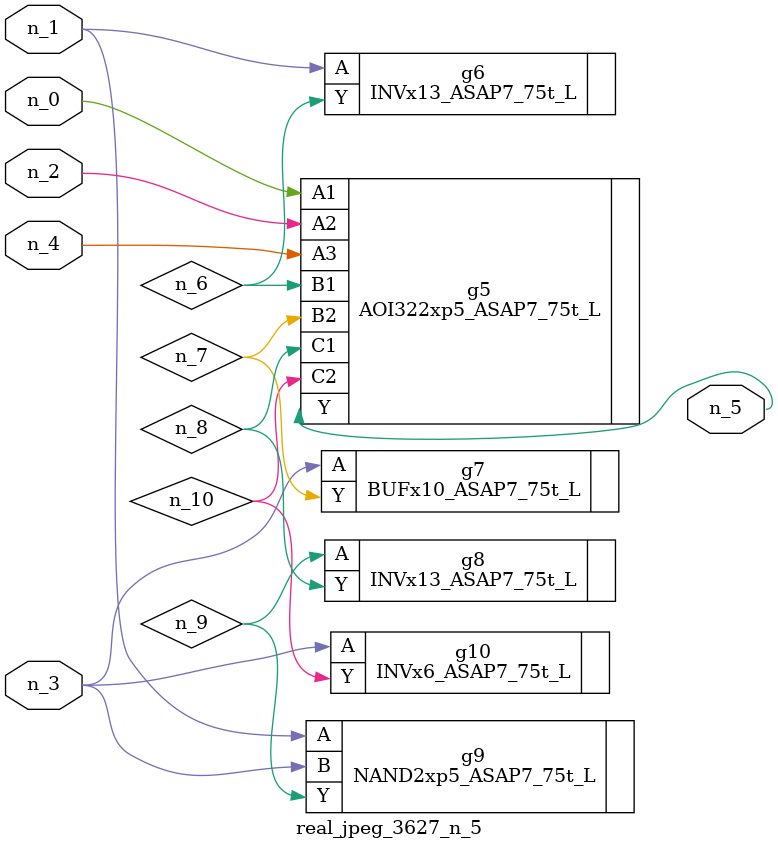
<source format=v>
module real_jpeg_3627_n_5 (n_4, n_0, n_1, n_2, n_3, n_5);

input n_4;
input n_0;
input n_1;
input n_2;
input n_3;

output n_5;

wire n_8;
wire n_6;
wire n_7;
wire n_10;
wire n_9;

AOI322xp5_ASAP7_75t_L g5 ( 
.A1(n_0),
.A2(n_2),
.A3(n_4),
.B1(n_6),
.B2(n_7),
.C1(n_8),
.C2(n_10),
.Y(n_5)
);

INVx13_ASAP7_75t_L g6 ( 
.A(n_1),
.Y(n_6)
);

NAND2xp5_ASAP7_75t_L g9 ( 
.A(n_1),
.B(n_3),
.Y(n_9)
);

BUFx10_ASAP7_75t_L g7 ( 
.A(n_3),
.Y(n_7)
);

INVx6_ASAP7_75t_L g10 ( 
.A(n_3),
.Y(n_10)
);

INVx13_ASAP7_75t_L g8 ( 
.A(n_9),
.Y(n_8)
);


endmodule
</source>
